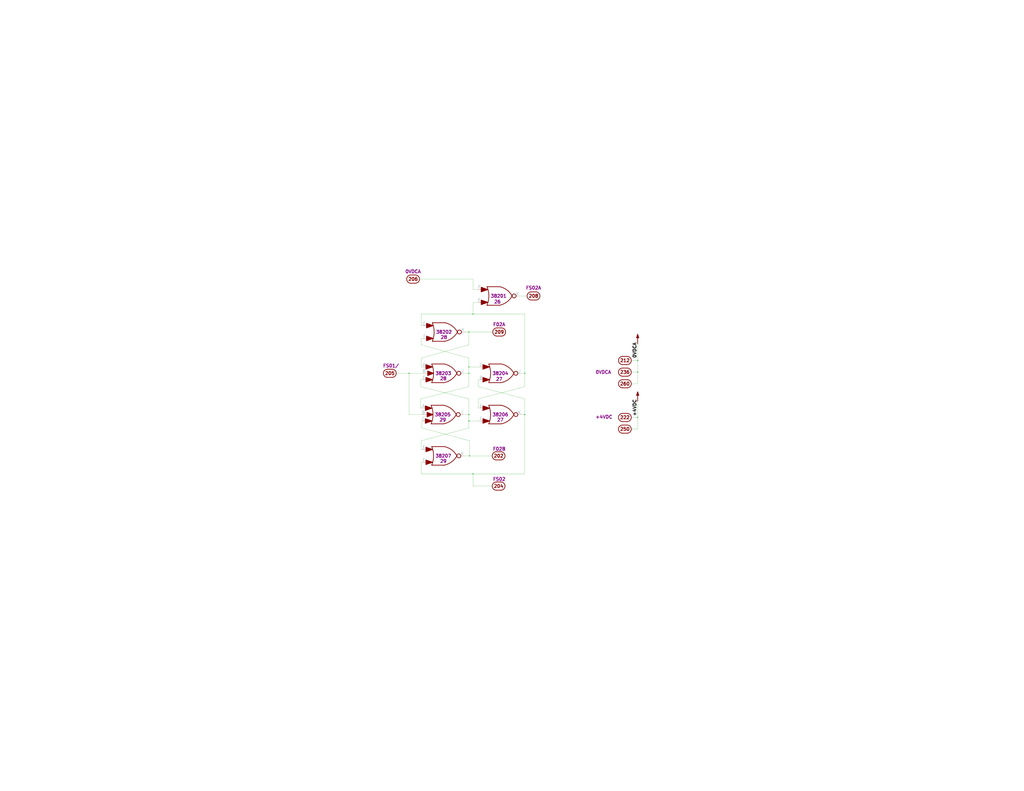
<source format=kicad_sch>
(kicad_sch (version 20211123) (generator eeschema)
  (paper "E")
  (lib_symbols
    (symbol "AGC_DSKY:ConnectorA1-200" (pin_numbers hide) (pin_names (offset 0) hide)
      (property "Caption" "PAD" (at 0 5.715 0))
      (symbol "ConnectorA1-200_0_0"
        (arc (start -2.54 4.445) (mid -6.985 0) (end -2.54 -4.445) (stroke (width 0.762)))
        (polyline (pts (xy -2.54 -4.445) (xy 2.54 -4.445)) (stroke (width 0.762)))
        (polyline (pts (xy -2.54 4.445) (xy 2.54 4.445)) (stroke (width 0.762)))
        (arc (start 2.54 -4.445) (mid 6.985 0) (end 2.54 4.445) (stroke (width 0.762)))
      )
      (symbol "ConnectorA1-200_1_0"
        (text "201" (at 0 0 0) (effects (font (size 3.556 3.556) bold)))
      )
      (symbol "ConnectorA1-200_1_1"
        (pin passive line (at 6.985 0 180) (length 0) (name "201") (number "201"))
      )
      (symbol "ConnectorA1-200_1_2"
        (pin passive line (at 0 4.445 270) (length 0) (name "201") (number "201"))
      )
      (symbol "ConnectorA1-200_2_0"
        (text "202" (at 0 0 0) (effects (font (size 3.556 3.556) bold)))
      )
      (symbol "ConnectorA1-200_2_1"
        (pin passive line (at 6.985 0 180) (length 0) (name "202") (number "202"))
      )
      (symbol "ConnectorA1-200_2_2"
        (pin passive line (at 0 4.445 270) (length 0) (name "202") (number "202"))
      )
      (symbol "ConnectorA1-200_3_0"
        (text "203" (at 0 0 0) (effects (font (size 3.556 3.556) bold)))
      )
      (symbol "ConnectorA1-200_3_1"
        (pin passive line (at 6.985 0 180) (length 0) (name "203") (number "203"))
      )
      (symbol "ConnectorA1-200_3_2"
        (pin passive line (at 0 4.445 270) (length 0) (name "203") (number "203"))
      )
      (symbol "ConnectorA1-200_4_0"
        (text "204" (at 0 0 0) (effects (font (size 3.556 3.556) bold)))
      )
      (symbol "ConnectorA1-200_4_1"
        (pin passive line (at 6.985 0 180) (length 0) (name "204") (number "204"))
      )
      (symbol "ConnectorA1-200_4_2"
        (pin passive line (at 0 4.445 270) (length 0) (name "204") (number "204"))
      )
      (symbol "ConnectorA1-200_5_0"
        (text "205" (at 0 0 0) (effects (font (size 3.556 3.556) bold)))
      )
      (symbol "ConnectorA1-200_5_1"
        (pin passive line (at 6.985 0 180) (length 0) (name "205") (number "205"))
      )
      (symbol "ConnectorA1-200_5_2"
        (pin passive line (at 0 4.445 270) (length 0) (name "205") (number "205"))
      )
      (symbol "ConnectorA1-200_6_0"
        (text "206" (at 0 0 0) (effects (font (size 3.556 3.556) bold)))
      )
      (symbol "ConnectorA1-200_6_1"
        (pin passive line (at 6.985 0 180) (length 0) (name "206") (number "206"))
      )
      (symbol "ConnectorA1-200_6_2"
        (pin passive line (at 0 4.445 270) (length 0) (name "206") (number "206"))
      )
      (symbol "ConnectorA1-200_7_0"
        (text "207" (at 0 0 0) (effects (font (size 3.556 3.556) bold)))
      )
      (symbol "ConnectorA1-200_7_1"
        (pin passive line (at 6.985 0 180) (length 0) (name "207") (number "207"))
      )
      (symbol "ConnectorA1-200_7_2"
        (pin passive line (at 0 4.445 270) (length 0) (name "207") (number "207"))
      )
      (symbol "ConnectorA1-200_8_0"
        (text "208" (at 0 0 0) (effects (font (size 3.556 3.556) bold)))
      )
      (symbol "ConnectorA1-200_8_1"
        (pin passive line (at 6.985 0 180) (length 0) (name "208") (number "208"))
      )
      (symbol "ConnectorA1-200_8_2"
        (pin passive line (at 0 4.445 270) (length 0) (name "208") (number "208"))
      )
      (symbol "ConnectorA1-200_9_0"
        (text "209" (at 0 0 0) (effects (font (size 3.556 3.556) bold)))
      )
      (symbol "ConnectorA1-200_9_1"
        (pin passive line (at 6.985 0 180) (length 0) (name "209") (number "209"))
      )
      (symbol "ConnectorA1-200_9_2"
        (pin passive line (at 0 4.445 270) (length 0) (name "209") (number "209"))
      )
      (symbol "ConnectorA1-200_10_0"
        (text "210" (at 0 0 0) (effects (font (size 3.556 3.556) bold)))
      )
      (symbol "ConnectorA1-200_10_1"
        (pin passive line (at 6.985 0 180) (length 0) (name "210") (number "210"))
      )
      (symbol "ConnectorA1-200_10_2"
        (pin passive line (at 0 4.445 270) (length 0) (name "210") (number "210"))
      )
      (symbol "ConnectorA1-200_11_0"
        (text "211" (at 0 0 0) (effects (font (size 3.556 3.556) bold)))
      )
      (symbol "ConnectorA1-200_11_1"
        (pin passive line (at 6.985 0 180) (length 0) (name "211") (number "211"))
      )
      (symbol "ConnectorA1-200_11_2"
        (pin passive line (at 0 4.445 270) (length 0) (name "211") (number "211"))
      )
      (symbol "ConnectorA1-200_12_0"
        (text "212" (at 0 0 0) (effects (font (size 3.556 3.556) bold)))
      )
      (symbol "ConnectorA1-200_12_1"
        (pin passive line (at 6.985 0 180) (length 0) (name "212") (number "212"))
      )
      (symbol "ConnectorA1-200_12_2"
        (pin passive line (at 0 4.445 270) (length 0) (name "212") (number "212"))
      )
      (symbol "ConnectorA1-200_13_0"
        (text "213" (at 0 0 0) (effects (font (size 3.556 3.556) bold)))
      )
      (symbol "ConnectorA1-200_13_1"
        (pin passive line (at 6.985 0 180) (length 0) (name "213") (number "213"))
      )
      (symbol "ConnectorA1-200_13_2"
        (pin passive line (at 0 4.445 270) (length 0) (name "213") (number "213"))
      )
      (symbol "ConnectorA1-200_14_0"
        (text "214" (at 0 0 0) (effects (font (size 3.556 3.556) bold)))
      )
      (symbol "ConnectorA1-200_14_1"
        (pin passive line (at 6.985 0 180) (length 0) (name "214") (number "214"))
      )
      (symbol "ConnectorA1-200_14_2"
        (pin passive line (at 0 4.445 270) (length 0) (name "214") (number "214"))
      )
      (symbol "ConnectorA1-200_15_0"
        (text "215" (at 0 0 0) (effects (font (size 3.556 3.556) bold)))
      )
      (symbol "ConnectorA1-200_15_1"
        (pin passive line (at 6.985 0 180) (length 0) (name "215") (number "215"))
      )
      (symbol "ConnectorA1-200_15_2"
        (pin passive line (at 0 4.445 270) (length 0) (name "215") (number "215"))
      )
      (symbol "ConnectorA1-200_16_0"
        (text "216" (at 0 0 0) (effects (font (size 3.556 3.556) bold)))
      )
      (symbol "ConnectorA1-200_16_1"
        (pin passive line (at 6.985 0 180) (length 0) (name "216") (number "216"))
      )
      (symbol "ConnectorA1-200_16_2"
        (pin passive line (at 0 4.445 270) (length 0) (name "216") (number "216"))
      )
      (symbol "ConnectorA1-200_17_0"
        (text "217" (at 0 0 0) (effects (font (size 3.556 3.556) bold)))
      )
      (symbol "ConnectorA1-200_17_1"
        (pin passive line (at 6.985 0 180) (length 0) (name "217") (number "217"))
      )
      (symbol "ConnectorA1-200_17_2"
        (pin passive line (at 0 4.445 270) (length 0) (name "217") (number "217"))
      )
      (symbol "ConnectorA1-200_18_0"
        (text "218" (at 0 0 0) (effects (font (size 3.556 3.556) bold)))
      )
      (symbol "ConnectorA1-200_18_1"
        (pin passive line (at 6.985 0 180) (length 0) (name "218") (number "218"))
      )
      (symbol "ConnectorA1-200_18_2"
        (pin passive line (at 0 4.445 270) (length 0) (name "218") (number "218"))
      )
      (symbol "ConnectorA1-200_19_0"
        (text "219" (at 0 0 0) (effects (font (size 3.556 3.556) bold)))
      )
      (symbol "ConnectorA1-200_19_1"
        (pin passive line (at 6.985 0 180) (length 0) (name "219") (number "219"))
      )
      (symbol "ConnectorA1-200_19_2"
        (pin passive line (at 0 4.445 270) (length 0) (name "219") (number "219"))
      )
      (symbol "ConnectorA1-200_20_0"
        (text "220" (at 0 0 0) (effects (font (size 3.556 3.556) bold)))
      )
      (symbol "ConnectorA1-200_20_1"
        (pin passive line (at 6.985 0 180) (length 0) (name "220") (number "220"))
      )
      (symbol "ConnectorA1-200_20_2"
        (pin passive line (at 0 4.445 270) (length 0) (name "220") (number "220"))
      )
      (symbol "ConnectorA1-200_21_0"
        (text "221" (at 0 0 0) (effects (font (size 3.556 3.556) bold)))
      )
      (symbol "ConnectorA1-200_22_0"
        (text "222" (at 0 0 0) (effects (font (size 3.556 3.556) bold)))
      )
      (symbol "ConnectorA1-200_22_1"
        (pin passive line (at 6.985 0 180) (length 0) (name "222") (number "222"))
      )
      (symbol "ConnectorA1-200_22_2"
        (pin passive line (at 0 4.445 270) (length 0) (name "222") (number "222"))
      )
      (symbol "ConnectorA1-200_23_0"
        (text "223" (at 0 0 0) (effects (font (size 3.556 3.556) bold)))
      )
      (symbol "ConnectorA1-200_23_1"
        (pin passive line (at 6.985 0 180) (length 0) (name "223") (number "223"))
      )
      (symbol "ConnectorA1-200_23_2"
        (pin passive line (at 0 4.445 270) (length 0) (name "223") (number "223"))
      )
      (symbol "ConnectorA1-200_24_0"
        (text "224" (at 0 0 0) (effects (font (size 3.556 3.556) bold)))
      )
      (symbol "ConnectorA1-200_24_1"
        (pin passive line (at 6.985 0 180) (length 0) (name "224") (number "224"))
      )
      (symbol "ConnectorA1-200_24_2"
        (pin passive line (at 0 4.445 270) (length 0) (name "224") (number "224"))
      )
      (symbol "ConnectorA1-200_25_0"
        (text "225" (at 0 0 0) (effects (font (size 3.556 3.556) bold)))
      )
      (symbol "ConnectorA1-200_25_1"
        (pin passive line (at 6.985 0 180) (length 0) (name "225") (number "225"))
      )
      (symbol "ConnectorA1-200_25_2"
        (pin passive line (at 0 4.445 270) (length 0) (name "225") (number "225"))
      )
      (symbol "ConnectorA1-200_26_0"
        (text "226" (at 0 0 0) (effects (font (size 3.556 3.556) bold)))
      )
      (symbol "ConnectorA1-200_26_1"
        (pin passive line (at 6.985 0 180) (length 0) (name "226") (number "226"))
      )
      (symbol "ConnectorA1-200_26_2"
        (pin passive line (at 0 4.445 270) (length 0) (name "226") (number "226"))
      )
      (symbol "ConnectorA1-200_27_0"
        (text "227" (at 0 0 0) (effects (font (size 3.556 3.556) bold)))
      )
      (symbol "ConnectorA1-200_27_1"
        (pin passive line (at 6.985 0 180) (length 0) (name "227") (number "227"))
      )
      (symbol "ConnectorA1-200_27_2"
        (pin passive line (at 0 4.445 270) (length 0) (name "227") (number "227"))
      )
      (symbol "ConnectorA1-200_28_0"
        (text "228" (at 0 0 0) (effects (font (size 3.556 3.556) bold)))
      )
      (symbol "ConnectorA1-200_28_1"
        (pin passive line (at 6.985 0 180) (length 0) (name "228") (number "228"))
      )
      (symbol "ConnectorA1-200_28_2"
        (pin passive line (at 0 4.445 270) (length 0) (name "228") (number "228"))
      )
      (symbol "ConnectorA1-200_29_0"
        (text "229" (at 0 0 0) (effects (font (size 3.556 3.556) bold)))
      )
      (symbol "ConnectorA1-200_29_1"
        (pin passive line (at 6.985 0 180) (length 0) (name "229") (number "229"))
      )
      (symbol "ConnectorA1-200_29_2"
        (pin passive line (at 0 4.445 270) (length 0) (name "229") (number "229"))
      )
      (symbol "ConnectorA1-200_30_0"
        (text "230" (at 0 0 0) (effects (font (size 3.556 3.556) bold)))
      )
      (symbol "ConnectorA1-200_30_1"
        (pin passive line (at 6.985 0 180) (length 0) (name "230") (number "230"))
      )
      (symbol "ConnectorA1-200_30_2"
        (pin passive line (at 0 4.445 270) (length 0) (name "230") (number "230"))
      )
      (symbol "ConnectorA1-200_31_0"
        (text "231" (at 0 0 0) (effects (font (size 3.556 3.556) bold)))
      )
      (symbol "ConnectorA1-200_31_1"
        (pin passive line (at 6.985 0 180) (length 0) (name "231") (number "231"))
      )
      (symbol "ConnectorA1-200_31_2"
        (pin passive line (at 0 4.445 270) (length 0) (name "231") (number "231"))
      )
      (symbol "ConnectorA1-200_32_0"
        (text "232" (at 0 0 0) (effects (font (size 3.556 3.556) bold)))
      )
      (symbol "ConnectorA1-200_32_1"
        (pin passive line (at 6.985 0 180) (length 0) (name "232") (number "232"))
      )
      (symbol "ConnectorA1-200_32_2"
        (pin passive line (at 0 4.445 270) (length 0) (name "232") (number "232"))
      )
      (symbol "ConnectorA1-200_33_0"
        (text "233" (at 0 0 0) (effects (font (size 3.556 3.556) bold)))
      )
      (symbol "ConnectorA1-200_33_1"
        (pin passive line (at 6.985 0 180) (length 0) (name "233") (number "233"))
      )
      (symbol "ConnectorA1-200_33_2"
        (pin passive line (at 0 4.445 270) (length 0) (name "233") (number "233"))
      )
      (symbol "ConnectorA1-200_34_0"
        (text "234" (at 0 0 0) (effects (font (size 3.556 3.556) bold)))
      )
      (symbol "ConnectorA1-200_34_1"
        (pin passive line (at 6.985 0 180) (length 0) (name "234") (number "234"))
      )
      (symbol "ConnectorA1-200_34_2"
        (pin passive line (at 0 4.445 270) (length 0) (name "234") (number "234"))
      )
      (symbol "ConnectorA1-200_35_0"
        (text "235" (at 0 0 0) (effects (font (size 3.556 3.556) bold)))
      )
      (symbol "ConnectorA1-200_35_1"
        (pin passive line (at 6.985 0 180) (length 0) (name "235") (number "235"))
      )
      (symbol "ConnectorA1-200_35_2"
        (pin passive line (at 0 4.445 270) (length 0) (name "235") (number "235"))
      )
      (symbol "ConnectorA1-200_36_0"
        (text "236" (at 0 0 0) (effects (font (size 3.556 3.556) bold)))
      )
      (symbol "ConnectorA1-200_36_1"
        (pin passive line (at 6.985 0 180) (length 0) (name "236") (number "236"))
      )
      (symbol "ConnectorA1-200_36_2"
        (pin passive line (at 0 4.445 270) (length 0) (name "236") (number "236"))
      )
      (symbol "ConnectorA1-200_37_0"
        (text "237" (at 0 0 0) (effects (font (size 3.556 3.556) bold)))
      )
      (symbol "ConnectorA1-200_37_1"
        (pin passive line (at 6.985 0 180) (length 0) (name "237") (number "237"))
      )
      (symbol "ConnectorA1-200_37_2"
        (pin passive line (at 0 4.445 270) (length 0) (name "237") (number "237"))
      )
      (symbol "ConnectorA1-200_38_0"
        (text "238" (at 0 0 0) (effects (font (size 3.556 3.556) bold)))
      )
      (symbol "ConnectorA1-200_38_1"
        (pin passive line (at 6.985 0 180) (length 0) (name "238") (number "238"))
      )
      (symbol "ConnectorA1-200_38_2"
        (pin passive line (at 0 4.445 270) (length 0) (name "238") (number "238"))
      )
      (symbol "ConnectorA1-200_39_0"
        (text "239" (at 0 0 0) (effects (font (size 3.556 3.556) bold)))
      )
      (symbol "ConnectorA1-200_39_1"
        (pin passive line (at 6.985 0 180) (length 0) (name "239") (number "239"))
      )
      (symbol "ConnectorA1-200_39_2"
        (pin passive line (at 0 4.445 270) (length 0) (name "239") (number "239"))
      )
      (symbol "ConnectorA1-200_40_0"
        (text "240" (at 0 0 0) (effects (font (size 3.556 3.556) bold)))
      )
      (symbol "ConnectorA1-200_40_1"
        (pin passive line (at 6.985 0 180) (length 0) (name "240") (number "240"))
      )
      (symbol "ConnectorA1-200_40_2"
        (pin passive line (at 0 4.445 270) (length 0) (name "240") (number "240"))
      )
      (symbol "ConnectorA1-200_41_0"
        (text "241" (at 0 0 0) (effects (font (size 3.556 3.556) bold)))
      )
      (symbol "ConnectorA1-200_41_1"
        (pin passive line (at 6.985 0 180) (length 0) (name "241") (number "241"))
      )
      (symbol "ConnectorA1-200_41_2"
        (pin passive line (at 0 4.445 270) (length 0) (name "241") (number "241"))
      )
      (symbol "ConnectorA1-200_42_0"
        (text "242" (at 0 0 0) (effects (font (size 3.556 3.556) bold)))
      )
      (symbol "ConnectorA1-200_42_1"
        (pin passive line (at 6.985 0 180) (length 0) (name "242") (number "242"))
      )
      (symbol "ConnectorA1-200_42_2"
        (pin passive line (at 0 4.445 270) (length 0) (name "242") (number "242"))
      )
      (symbol "ConnectorA1-200_43_0"
        (text "243" (at 0 0 0) (effects (font (size 3.556 3.556) bold)))
      )
      (symbol "ConnectorA1-200_43_1"
        (pin passive line (at 6.985 0 180) (length 0) (name "243") (number "243"))
      )
      (symbol "ConnectorA1-200_43_2"
        (pin passive line (at 0 4.445 270) (length 0) (name "243") (number "243"))
      )
      (symbol "ConnectorA1-200_44_0"
        (text "244" (at 0 0 0) (effects (font (size 3.556 3.556) bold)))
      )
      (symbol "ConnectorA1-200_44_1"
        (pin passive line (at 6.985 0 180) (length 0) (name "244") (number "244"))
      )
      (symbol "ConnectorA1-200_44_2"
        (pin passive line (at 0 4.445 270) (length 0) (name "244") (number "244"))
      )
      (symbol "ConnectorA1-200_45_0"
        (text "245" (at 0 0 0) (effects (font (size 3.556 3.556) bold)))
      )
      (symbol "ConnectorA1-200_45_1"
        (pin passive line (at 6.985 0 180) (length 0) (name "245") (number "245"))
      )
      (symbol "ConnectorA1-200_45_2"
        (pin passive line (at 0 4.445 270) (length 0) (name "245") (number "245"))
      )
      (symbol "ConnectorA1-200_46_0"
        (text "246" (at 0 0 0) (effects (font (size 3.556 3.556) bold)))
      )
      (symbol "ConnectorA1-200_46_1"
        (pin passive line (at 6.985 0 180) (length 0) (name "246") (number "246"))
      )
      (symbol "ConnectorA1-200_46_2"
        (pin passive line (at 0 4.445 270) (length 0) (name "246") (number "246"))
      )
      (symbol "ConnectorA1-200_47_0"
        (text "247" (at 0 0 0) (effects (font (size 3.556 3.556) bold)))
      )
      (symbol "ConnectorA1-200_47_1"
        (pin passive line (at 6.985 0 180) (length 0) (name "247") (number "247"))
      )
      (symbol "ConnectorA1-200_47_2"
        (pin passive line (at 0 4.445 270) (length 0) (name "247") (number "247"))
      )
      (symbol "ConnectorA1-200_48_0"
        (text "248" (at 0 0 0) (effects (font (size 3.556 3.556) bold)))
      )
      (symbol "ConnectorA1-200_48_1"
        (pin passive line (at 6.985 0 180) (length 0) (name "248") (number "248"))
      )
      (symbol "ConnectorA1-200_48_2"
        (pin passive line (at 0 4.445 270) (length 0) (name "248") (number "248"))
      )
      (symbol "ConnectorA1-200_49_0"
        (text "249" (at 0 0 0) (effects (font (size 3.556 3.556) bold)))
      )
      (symbol "ConnectorA1-200_49_1"
        (pin passive line (at 6.985 0 180) (length 0) (name "249") (number "249"))
      )
      (symbol "ConnectorA1-200_49_2"
        (pin passive line (at 0 4.445 270) (length 0) (name "249") (number "249"))
      )
      (symbol "ConnectorA1-200_50_0"
        (text "250" (at 0 0 0) (effects (font (size 3.556 3.556) bold)))
      )
      (symbol "ConnectorA1-200_50_1"
        (pin passive line (at 6.985 0 180) (length 0) (name "250") (number "250"))
      )
      (symbol "ConnectorA1-200_50_2"
        (pin passive line (at 0 4.445 270) (length 0) (name "250") (number "250"))
      )
      (symbol "ConnectorA1-200_51_0"
        (text "251" (at 0 0 0) (effects (font (size 3.556 3.556) bold)))
      )
      (symbol "ConnectorA1-200_52_0"
        (text "252" (at 0 0 0) (effects (font (size 3.556 3.556) bold)))
      )
      (symbol "ConnectorA1-200_52_1"
        (pin passive line (at 6.985 0 180) (length 0) (name "252") (number "252"))
      )
      (symbol "ConnectorA1-200_52_2"
        (pin passive line (at 0 4.445 270) (length 0) (name "252") (number "252"))
      )
      (symbol "ConnectorA1-200_53_0"
        (text "253" (at 0 0 0) (effects (font (size 3.556 3.556) bold)))
      )
      (symbol "ConnectorA1-200_53_1"
        (pin passive line (at 6.985 0 180) (length 0) (name "253") (number "253"))
      )
      (symbol "ConnectorA1-200_53_2"
        (pin passive line (at 0 4.445 270) (length 0) (name "253") (number "253"))
      )
      (symbol "ConnectorA1-200_54_0"
        (text "254" (at 0 0 0) (effects (font (size 3.556 3.556) bold)))
      )
      (symbol "ConnectorA1-200_54_1"
        (pin passive line (at 6.985 0 180) (length 0) (name "254") (number "254"))
      )
      (symbol "ConnectorA1-200_54_2"
        (pin passive line (at 0 4.445 270) (length 0) (name "254") (number "254"))
      )
      (symbol "ConnectorA1-200_55_0"
        (text "255" (at 0 0 0) (effects (font (size 3.556 3.556) bold)))
      )
      (symbol "ConnectorA1-200_55_1"
        (pin passive line (at 6.985 0 180) (length 0) (name "255") (number "255"))
      )
      (symbol "ConnectorA1-200_55_2"
        (pin passive line (at 0 4.445 270) (length 0) (name "255") (number "255"))
      )
      (symbol "ConnectorA1-200_56_0"
        (text "256" (at 0 0 0) (effects (font (size 3.556 3.556) bold)))
      )
      (symbol "ConnectorA1-200_56_1"
        (pin passive line (at 6.985 0 180) (length 0) (name "256") (number "256"))
      )
      (symbol "ConnectorA1-200_56_2"
        (pin passive line (at 0 4.445 270) (length 0) (name "256") (number "256"))
      )
      (symbol "ConnectorA1-200_57_0"
        (text "257" (at 0 0 0) (effects (font (size 3.556 3.556) bold)))
      )
      (symbol "ConnectorA1-200_57_1"
        (pin passive line (at 6.985 0 180) (length 0) (name "257") (number "257"))
      )
      (symbol "ConnectorA1-200_57_2"
        (pin passive line (at 0 4.445 270) (length 0) (name "257") (number "257"))
      )
      (symbol "ConnectorA1-200_58_0"
        (text "258" (at 0 0 0) (effects (font (size 3.556 3.556) bold)))
      )
      (symbol "ConnectorA1-200_58_1"
        (pin passive line (at 6.985 0 180) (length 0) (name "258") (number "258"))
      )
      (symbol "ConnectorA1-200_58_2"
        (pin passive line (at 0 4.445 270) (length 0) (name "258") (number "258"))
      )
      (symbol "ConnectorA1-200_59_0"
        (text "259" (at 0 0 0) (effects (font (size 3.556 3.556) bold)))
      )
      (symbol "ConnectorA1-200_59_1"
        (pin passive line (at 6.985 0 180) (length 0) (name "259") (number "259"))
      )
      (symbol "ConnectorA1-200_59_2"
        (pin passive line (at 0 4.445 270) (length 0) (name "259") (number "259"))
      )
      (symbol "ConnectorA1-200_60_0"
        (text "260" (at 0 0 0) (effects (font (size 3.556 3.556) bold)))
      )
      (symbol "ConnectorA1-200_60_1"
        (pin passive line (at 6.985 0 180) (length 0) (name "260") (number "260"))
      )
      (symbol "ConnectorA1-200_60_2"
        (pin passive line (at 0 4.445 270) (length 0) (name "260") (number "260"))
      )
      (symbol "ConnectorA1-200_61_0"
        (text "261" (at 0 0 0) (effects (font (size 3.556 3.556) bold)))
      )
      (symbol "ConnectorA1-200_61_1"
        (pin passive line (at 6.985 0 180) (length 0) (name "261") (number "261"))
      )
      (symbol "ConnectorA1-200_61_2"
        (pin passive line (at 0 4.445 270) (length 0) (name "261") (number "261"))
      )
      (symbol "ConnectorA1-200_62_0"
        (text "262" (at 0 0 0) (effects (font (size 3.556 3.556) bold)))
      )
      (symbol "ConnectorA1-200_62_1"
        (pin passive line (at 6.985 0 180) (length 0) (name "262") (number "262"))
      )
      (symbol "ConnectorA1-200_62_2"
        (pin passive line (at 0 4.445 270) (length 0) (name "262") (number "262"))
      )
      (symbol "ConnectorA1-200_63_0"
        (text "263" (at 0 0 0) (effects (font (size 3.556 3.556) bold)))
      )
      (symbol "ConnectorA1-200_63_1"
        (pin passive line (at 6.985 0 180) (length 0) (name "263") (number "263"))
      )
      (symbol "ConnectorA1-200_63_2"
        (pin passive line (at 0 4.445 270) (length 0) (name "263") (number "263"))
      )
      (symbol "ConnectorA1-200_64_0"
        (text "264" (at 0 0 0) (effects (font (size 3.556 3.556) bold)))
      )
      (symbol "ConnectorA1-200_64_1"
        (pin passive line (at 6.985 0 180) (length 0) (name "264") (number "264"))
      )
      (symbol "ConnectorA1-200_64_2"
        (pin passive line (at 0 4.445 270) (length 0) (name "264") (number "264"))
      )
      (symbol "ConnectorA1-200_65_0"
        (text "265" (at 0 0 0) (effects (font (size 3.556 3.556) bold)))
      )
      (symbol "ConnectorA1-200_65_1"
        (pin passive line (at 6.985 0 180) (length 0) (name "265") (number "265"))
      )
      (symbol "ConnectorA1-200_65_2"
        (pin passive line (at 0 4.445 270) (length 0) (name "265") (number "265"))
      )
      (symbol "ConnectorA1-200_66_0"
        (text "266" (at 0 0 0) (effects (font (size 3.556 3.556) bold)))
      )
      (symbol "ConnectorA1-200_66_1"
        (pin passive line (at 6.985 0 180) (length 0) (name "266") (number "266"))
      )
      (symbol "ConnectorA1-200_66_2"
        (pin passive line (at 0 4.445 270) (length 0) (name "266") (number "266"))
      )
      (symbol "ConnectorA1-200_67_0"
        (text "267" (at 0 0 0) (effects (font (size 3.556 3.556) bold)))
      )
      (symbol "ConnectorA1-200_67_1"
        (pin passive line (at 6.985 0 180) (length 0) (name "267") (number "267"))
      )
      (symbol "ConnectorA1-200_67_2"
        (pin passive line (at 0 4.445 270) (length 0) (name "267") (number "267"))
      )
      (symbol "ConnectorA1-200_68_0"
        (text "268" (at 0 0 0) (effects (font (size 3.556 3.556) bold)))
      )
      (symbol "ConnectorA1-200_68_1"
        (pin passive line (at 6.985 0 180) (length 0) (name "268") (number "268"))
      )
      (symbol "ConnectorA1-200_68_2"
        (pin passive line (at 0 4.445 270) (length 0) (name "268") (number "268"))
      )
      (symbol "ConnectorA1-200_69_0"
        (text "269" (at 0 0 0) (effects (font (size 3.556 3.556) bold)))
      )
      (symbol "ConnectorA1-200_69_1"
        (pin passive line (at 6.985 0 180) (length 0) (name "269") (number "269"))
      )
      (symbol "ConnectorA1-200_69_2"
        (pin passive line (at 0 4.445 270) (length 0) (name "269") (number "269"))
      )
      (symbol "ConnectorA1-200_70_0"
        (text "270" (at 0 0 0) (effects (font (size 3.556 3.556) bold)))
      )
      (symbol "ConnectorA1-200_70_1"
        (pin passive line (at 6.985 0 180) (length 0) (name "270") (number "270"))
      )
      (symbol "ConnectorA1-200_70_2"
        (pin passive line (at 0 4.445 270) (length 0) (name "270") (number "270"))
      )
      (symbol "ConnectorA1-200_71_0"
        (text "271" (at 0 0 0) (effects (font (size 3.556 3.556) bold)))
      )
      (symbol "ConnectorA1-200_71_1"
        (pin passive line (at 6.985 0 180) (length 0) (name "271") (number "271"))
      )
      (symbol "ConnectorA1-200_71_2"
        (pin passive line (at 0 4.445 270) (length 0) (name "271") (number "271"))
      )
    )
    (symbol "AGC_DSKY:PWR_FLAG" (power) (pin_numbers hide) (pin_names (offset 0) hide)
      (symbol "PWR_FLAG_0_0"
        (pin power_out line (at 0 0 90) (length 0) (name "pwr") (number "1"))
      )
      (symbol "PWR_FLAG_0_1"
        (polyline (pts (xy 0 0) (xy 0 10.16)) (stroke (width 0.762)))
        (polyline (pts (xy 0 10.16) (xy -1.27 6.35) (xy 1.27 6.35) (xy 0 10.16)) (stroke (width 0.762)) (fill (type outline)))
      )
    )
    (symbol "D3NOR-+4VDC-0VDCA:D3NOR-+4VDC-0VDCA-ABC-E_F" (pin_numbers hide) (pin_names (offset 0))
      (property "Location" "NNNNN" (at 0 0 0))
      (symbol "D3NOR-+4VDC-0VDCA-ABC-E_F_0_1"
        (arc (start -12.7 -10.16) (mid -10.668 0) (end -12.7 10.16) (stroke (width 0.762)))
        (polyline (pts (xy 0.762 -10.16) (xy -12.7 -10.16)) (stroke (width 0.762)))
        (polyline (pts (xy 0.762 10.16) (xy -12.7 10.16)) (stroke (width 0.762)))
        (arc (start 0.762 -10.16) (mid 8.8969 -6.663) (end 14.732 0) (stroke (width 0.762)))
        (arc (start 14.732 0) (mid 8.9026 6.6708) (end 0.762 10.16) (stroke (width 0.762)))
        (circle (center 16.891 0) (radius 2.159) (stroke (width 0.762)))
      )
      (symbol "D3NOR-+4VDC-0VDCA-ABC-E_F_1_1"
        (polyline (pts (xy -19.304 0) (xy -17.272 0)))
        (polyline (pts (xy -11.684 -6.985) (xy -19.05 -4.445) (xy -19.05 -9.525) (xy -11.684 -6.985)) (stroke (width 0.762)) (fill (type outline)))
        (polyline (pts (xy -11.684 6.985) (xy -19.05 9.525) (xy -19.05 4.445) (xy -11.684 6.985)) (stroke (width 0.762)) (fill (type outline)))
        (polyline (pts (xy -10.668 0) (xy -17.145 -2.54) (xy -17.145 2.54) (xy -10.668 0)) (stroke (width 0.762)) (fill (type outline)))
        (pin open_collector line (at 22.86 0 180) (length 3.81) (name "J") (number "1"))
        (pin power_in line (at -4.445 8.89 270) (length 0) hide (name "+4VDC") (number "10"))
        (pin input line (at -22.86 -6.985 0) (length 3.556) (name "C") (number "2"))
        (pin input line (at -22.86 0 0) (length 3.556) (name "B") (number "3"))
        (pin input line (at -22.86 6.985 0) (length 3.556) (name "A") (number "4"))
        (pin power_in line (at -4.445 -8.89 90) (length 0) hide (name "0VDCA") (number "5"))
      )
      (symbol "D3NOR-+4VDC-0VDCA-ABC-E_F_2_1"
        (polyline (pts (xy -11.684 -6.985) (xy -19.05 -4.445) (xy -19.05 -9.525) (xy -11.684 -6.985)) (stroke (width 0.762)) (fill (type outline)))
        (polyline (pts (xy -11.684 6.985) (xy -19.05 9.525) (xy -19.05 4.445) (xy -11.684 6.985)) (stroke (width 0.762)) (fill (type outline)))
        (pin power_in line (at -10.795 0 0) (length 0) hide (name "0VDCA") (number "6"))
        (pin input line (at -22.86 6.985 0) (length 3.556) (name "E") (number "7"))
        (pin input line (at -22.86 -6.985 0) (length 3.556) (name "F") (number "8"))
        (pin open_collector line (at 22.86 0 180) (length 3.81) (name "K") (number "9"))
      )
    )
    (symbol "D3NOR-+4VDC-0VDCA:D3NOR-+4VDC-0VDCA-A_B-E_F" (pin_numbers hide) (pin_names (offset 0))
      (property "Location" "NNNNN" (at 0 0 0))
      (symbol "D3NOR-+4VDC-0VDCA-A_B-E_F_0_1"
        (arc (start -12.7 -10.16) (mid -10.668 0) (end -12.7 10.16) (stroke (width 0.762)))
        (polyline (pts (xy 0.762 -10.16) (xy -12.7 -10.16)) (stroke (width 0.762)))
        (polyline (pts (xy 0.762 10.16) (xy -12.7 10.16)) (stroke (width 0.762)))
        (arc (start 0.762 -10.16) (mid 8.8969 -6.663) (end 14.732 0) (stroke (width 0.762)))
        (arc (start 14.732 0) (mid 8.9026 6.6708) (end 0.762 10.16) (stroke (width 0.762)))
        (circle (center 16.891 0) (radius 2.159) (stroke (width 0.762)))
      )
      (symbol "D3NOR-+4VDC-0VDCA-A_B-E_F_1_1"
        (polyline (pts (xy -11.684 -6.985) (xy -19.05 -4.445) (xy -19.05 -9.525) (xy -11.684 -6.985)) (stroke (width 0.762)) (fill (type outline)))
        (polyline (pts (xy -11.684 6.985) (xy -19.05 9.525) (xy -19.05 4.445) (xy -11.684 6.985)) (stroke (width 0.762)) (fill (type outline)))
        (pin open_collector line (at 22.86 0 180) (length 3.81) (name "J") (number "1"))
        (pin power_in line (at -4.445 8.89 270) (length 0) hide (name "+4VDC") (number "10"))
        (pin power_in line (at -10.795 0 0) (length 0) hide (name "0VDCA") (number "2"))
        (pin input line (at -22.86 -6.985 0) (length 3.556) (name "B") (number "3"))
        (pin input line (at -22.86 6.985 0) (length 3.556) (name "A") (number "4"))
        (pin power_in line (at -4.445 -8.89 90) (length 0) hide (name "0VDCA") (number "5"))
      )
      (symbol "D3NOR-+4VDC-0VDCA-A_B-E_F_2_1"
        (polyline (pts (xy -11.684 -6.985) (xy -19.05 -4.445) (xy -19.05 -9.525) (xy -11.684 -6.985)) (stroke (width 0.762)) (fill (type outline)))
        (polyline (pts (xy -11.684 6.985) (xy -19.05 9.525) (xy -19.05 4.445) (xy -11.684 6.985)) (stroke (width 0.762)) (fill (type outline)))
        (pin power_in line (at -10.795 0 0) (length 0) hide (name "0VDCA") (number "6"))
        (pin input line (at -22.86 6.985 0) (length 3.556) (name "E") (number "7"))
        (pin input line (at -22.86 -6.985 0) (length 3.556) (name "F") (number "8"))
        (pin open_collector line (at 22.86 0 180) (length 3.81) (name "K") (number "9"))
      )
    )
    (symbol "D3NOR-+4VDC-0VDCA:D3NOR-+4VDC-0VDCA-B_C-E_F" (pin_numbers hide) (pin_names (offset 0))
      (property "Location" "NNNNN" (at 0 0 0))
      (symbol "D3NOR-+4VDC-0VDCA-B_C-E_F_0_1"
        (arc (start -12.7 -10.16) (mid -10.668 0) (end -12.7 10.16) (stroke (width 0.762)))
        (polyline (pts (xy 0.762 -10.16) (xy -12.7 -10.16)) (stroke (width 0.762)))
        (polyline (pts (xy 0.762 10.16) (xy -12.7 10.16)) (stroke (width 0.762)))
        (arc (start 0.762 -10.16) (mid 8.8969 -6.663) (end 14.732 0) (stroke (width 0.762)))
        (arc (start 14.732 0) (mid 8.9026 6.6708) (end 0.762 10.16) (stroke (width 0.762)))
        (circle (center 16.891 0) (radius 2.159) (stroke (width 0.762)))
      )
      (symbol "D3NOR-+4VDC-0VDCA-B_C-E_F_1_1"
        (polyline (pts (xy -11.684 -6.985) (xy -19.05 -4.445) (xy -19.05 -9.525) (xy -11.684 -6.985)) (stroke (width 0.762)) (fill (type outline)))
        (polyline (pts (xy -11.684 6.985) (xy -19.05 9.525) (xy -19.05 4.445) (xy -11.684 6.985)) (stroke (width 0.762)) (fill (type outline)))
        (pin open_collector line (at 22.86 0 180) (length 3.81) (name "J") (number "1"))
        (pin power_in line (at -4.445 8.89 270) (length 0) hide (name "+4VDC") (number "10"))
        (pin input line (at -22.86 -6.985 0) (length 3.556) (name "C") (number "2"))
        (pin input line (at -22.86 6.985 0) (length 3.556) (name "B") (number "3"))
        (pin power_in line (at -10.795 0 0) (length 0) hide (name "0VDCA") (number "4"))
        (pin power_in line (at -4.445 -8.89 90) (length 0) hide (name "0VDCA") (number "5"))
      )
      (symbol "D3NOR-+4VDC-0VDCA-B_C-E_F_2_1"
        (polyline (pts (xy -11.684 -6.985) (xy -19.05 -4.445) (xy -19.05 -9.525) (xy -11.684 -6.985)) (stroke (width 0.762)) (fill (type outline)))
        (polyline (pts (xy -11.684 6.985) (xy -19.05 9.525) (xy -19.05 4.445) (xy -11.684 6.985)) (stroke (width 0.762)) (fill (type outline)))
        (pin power_in line (at -10.795 0 0) (length 0) hide (name "0VDCA") (number "6"))
        (pin input line (at -22.86 6.985 0) (length 3.556) (name "E") (number "7"))
        (pin input line (at -22.86 -6.985 0) (length 3.556) (name "F") (number "8"))
        (pin open_collector line (at 22.86 0 180) (length 3.81) (name "K") (number "9"))
      )
    )
  )
  (junction (at 511.81 452.755))
  (junction (at 572.77 452.755))
  (junction (at 516.255 517.525))
  (junction (at 511.81 459.74))
  (junction (at 511.81 400.685))
  (junction (at 512.445 497.84))
  (junction (at 446.405 407.67))
  (junction (at 511.81 362.585))
  (junction (at 516.255 342.9))
  (junction (at 695.96 455.93))
  (junction (at 695.96 393.7))
  (junction (at 695.96 406.4))
  (junction (at 572.77 407.67))
  (junction (at 511.81 407.67))
  (wire (pts (xy 459.74 490.855) (xy 459.74 481.33)))
  (wire (pts (xy 567.055 323.215) (xy 575.31 323.215)))
  (wire (pts (xy 523.24 400.685) (xy 511.81 400.685)))
  (wire (pts (xy 511.81 452.755) (xy 511.81 435.61)))
  (wire (pts (xy 459.105 445.77) (xy 459.105 435.61)))
  (wire (pts (xy 459.74 400.685) (xy 461.01 400.685)))
  (wire (pts (xy 521.335 316.23) (xy 516.255 316.23)))
  (wire (pts (xy 572.77 435.61) (xy 521.97 422.275)))
  (wire (pts (xy 461.645 369.57) (xy 459.74 369.57)))
  (wire (pts (xy 688.975 455.93) (xy 695.96 455.93)))
  (wire (pts (xy 459.74 517.525) (xy 516.255 517.525)))
  (wire (pts (xy 459.74 481.33) (xy 511.81 467.36)))
  (wire (pts (xy 446.405 452.755) (xy 446.405 407.67)))
  (wire (pts (xy 459.105 435.61) (xy 511.81 422.275)))
  (wire (pts (xy 459.105 414.655) (xy 459.105 422.275)))
  (wire (pts (xy 459.74 376.555) (xy 511.81 391.16)))
  (wire (pts (xy 521.97 435.61) (xy 572.77 422.275)))
  (wire (pts (xy 568.96 452.755) (xy 572.77 452.755)))
  (wire (pts (xy 511.81 400.685) (xy 511.81 407.67)))
  (wire (pts (xy 460.375 445.77) (xy 459.105 445.77)))
  (wire (pts (xy 461.01 414.655) (xy 459.105 414.655)))
  (wire (pts (xy 516.255 517.525) (xy 572.77 517.525)))
  (wire (pts (xy 460.375 459.74) (xy 460.375 467.36)))
  (wire (pts (xy 688.975 419.1) (xy 695.96 419.1)))
  (wire (pts (xy 695.96 455.93) (xy 695.96 468.63)))
  (wire (pts (xy 459.74 369.57) (xy 459.74 376.555)))
  (wire (pts (xy 688.975 468.63) (xy 695.96 468.63)))
  (wire (pts (xy 512.445 497.84) (xy 512.445 481.33)))
  (wire (pts (xy 695.96 455.93) (xy 695.96 438.15)))
  (wire (pts (xy 688.975 406.4) (xy 695.96 406.4)))
  (wire (pts (xy 695.96 393.7) (xy 695.96 375.285)))
  (wire (pts (xy 511.81 362.585) (xy 507.365 362.585)))
  (wire (pts (xy 511.81 407.67) (xy 511.81 422.275)))
  (wire (pts (xy 572.77 407.67) (xy 568.96 407.67)))
  (wire (pts (xy 516.255 530.86) (xy 537.21 530.86)))
  (wire (pts (xy 572.77 342.9) (xy 572.77 407.67)))
  (wire (pts (xy 688.975 393.7) (xy 695.96 393.7)))
  (wire (pts (xy 459.74 391.16) (xy 511.81 376.555)))
  (wire (pts (xy 511.81 362.585) (xy 537.845 362.585)))
  (wire (pts (xy 516.255 517.525) (xy 516.255 530.86)))
  (wire (pts (xy 511.81 407.67) (xy 506.73 407.67)))
  (wire (pts (xy 446.405 407.67) (xy 461.01 407.67)))
  (wire (pts (xy 523.24 459.74) (xy 511.81 459.74)))
  (wire (pts (xy 521.335 330.2) (xy 516.255 330.2)))
  (wire (pts (xy 506.73 497.84) (xy 512.445 497.84)))
  (wire (pts (xy 461.01 504.825) (xy 459.74 504.825)))
  (wire (pts (xy 572.77 452.755) (xy 572.77 435.61)))
  (wire (pts (xy 460.375 452.755) (xy 446.405 452.755)))
  (wire (pts (xy 695.96 393.7) (xy 695.96 406.4)))
  (wire (pts (xy 461.01 490.855) (xy 459.74 490.855)))
  (wire (pts (xy 516.255 342.9) (xy 572.77 342.9)))
  (wire (pts (xy 459.74 342.9) (xy 459.74 355.6)))
  (wire (pts (xy 695.96 406.4) (xy 695.96 419.1)))
  (wire (pts (xy 459.74 504.825) (xy 459.74 517.525)))
  (wire (pts (xy 512.445 497.84) (xy 537.21 497.84)))
  (wire (pts (xy 506.095 452.755) (xy 511.81 452.755)))
  (wire (pts (xy 511.81 391.16) (xy 511.81 400.685)))
  (wire (pts (xy 521.97 445.77) (xy 521.97 435.61)))
  (wire (pts (xy 523.24 445.77) (xy 521.97 445.77)))
  (wire (pts (xy 572.77 517.525) (xy 572.77 452.755)))
  (wire (pts (xy 512.445 481.33) (xy 460.375 467.36)))
  (wire (pts (xy 572.77 407.67) (xy 572.77 422.275)))
  (wire (pts (xy 511.81 452.755) (xy 511.81 459.74)))
  (wire (pts (xy 511.81 376.555) (xy 511.81 362.585)))
  (wire (pts (xy 516.255 342.9) (xy 459.74 342.9)))
  (wire (pts (xy 523.24 414.655) (xy 521.97 414.655)))
  (wire (pts (xy 432.435 407.67) (xy 446.405 407.67)))
  (wire (pts (xy 511.81 435.61) (xy 459.105 422.275)))
  (wire (pts (xy 521.97 414.655) (xy 521.97 422.275)))
  (wire (pts (xy 516.255 316.23) (xy 516.255 304.8)))
  (wire (pts (xy 459.74 391.16) (xy 459.74 400.685)))
  (wire (pts (xy 516.255 304.8) (xy 457.835 304.8)))
  (wire (pts (xy 516.255 330.2) (xy 516.255 342.9)))
  (wire (pts (xy 511.81 459.74) (xy 511.81 467.36)))
  (wire (pts (xy 459.74 355.6) (xy 461.645 355.6)))
  (label "+4VDC" (at 695.96 454.66 90) (effects (font (size 3.556 3.556) (thickness 0.7112) bold)))
  (label "0VDCA" (at 695.96 391.16 90) (effects (font (size 3.556 3.556) (thickness 0.7112) bold)))
  (symbol (lib_id "AGC_DSKY:PWR_FLAG") (at 695.96 375.285 0) (unit 1)
    (property "Reference" "#FLG0101" (effects hide))
    (property "Value" "PWR_FLAG" (effects hide))
  )
  (symbol (lib_id "AGC_DSKY:PWR_FLAG") (at 695.96 438.15 0) (unit 1)
    (property "Reference" "#FLG0102" (effects hide))
    (property "Value" "PWR_FLAG" (effects hide))
  )
  (symbol (lib_id "AGC_DSKY:ConnectorA1-200") (at 681.99 393.7 0) (unit 12)
    (property "Reference" "J2" (effects hide))
    (property "Value" "ConnectorA1-200" (effects hide))
    (property "Caption" "0VDCA" (effects hide))
  )
  (symbol (lib_id "AGC_DSKY:ConnectorA1-200") (at 681.99 406.4 0) (unit 36)
    (property "Reference" "J2" (effects hide))
    (property "Value" "ConnectorA1-200" (effects hide))
    (property "Caption" "0VDCA" (at 658.495 406.4 0) (effects (font (size 3.556 3.556) bold)))
  )
  (symbol (lib_id "AGC_DSKY:ConnectorA1-200") (at 681.99 419.1 0) (unit 60)
    (property "Reference" "J2" (effects hide))
    (property "Value" "ConnectorA1-200" (effects hide))
    (property "Caption" "0VDCA" (effects hide))
  )
  (symbol (lib_id "AGC_DSKY:ConnectorA1-200") (at 681.99 455.93 0) (unit 22)
    (property "Reference" "J2" (effects hide))
    (property "Value" "ConnectorA1-200" (effects hide))
    (property "Caption" "+4VDC" (at 659.13 455.295 0) (effects (font (size 3.556 3.556) bold)))
  )
  (symbol (lib_id "AGC_DSKY:ConnectorA1-200") (at 681.99 468.63 0) (unit 50)
    (property "Reference" "J2" (effects hide))
    (property "Value" "ConnectorA1-200" (effects hide))
    (property "Caption" "+4VDC" (effects hide))
  )
  (symbol (lib_id "AGC_DSKY:ConnectorA1-200") (at 450.85 304.8 0) (unit 6)
    (property "Reference" "J2" (effects hide))
    (property "Value" "ConnectorA1-200" (effects hide))
    (property "Caption" "0VDCA" (at 450.85 296.545 0) (effects (font (size 3.556 3.556) bold)))
  )
  (symbol (lib_id "D3NOR-+4VDC-0VDCA:D3NOR-+4VDC-0VDCA-A_B-E_F") (at 544.195 323.215 0) (mirror x) (unit 2)
    (property "Reference" "U126" (effects hide))
    (property "Value" "D3NOR-+4VDC-0VDCA-A_B-E_F" (effects hide))
    (property "Location" "38201" (at 544.195 323.215 0) (effects (font (size 3.556 3.556) bold)))
    (property "Location2" "26" (at 542.925 329.565 0) (effects (font (size 3.556 3.556) bold)))
  )
  (symbol (lib_id "D3NOR-+4VDC-0VDCA:D3NOR-+4VDC-0VDCA-ABC-E_F") (at 483.87 407.67 0) (unit 1)
    (property "Reference" "U128" (effects hide))
    (property "Value" "D3NOR-+4VDC-0VDCA-ABC-E_F" (effects hide))
    (property "Location" "38203" (at 483.87 407.67 0) (effects (font (size 3.556 3.556) bold)))
    (property "Location2" "28" (at 483.87 413.385 0) (effects (font (size 3.556 3.556) bold)))
  )
  (symbol (lib_id "D3NOR-+4VDC-0VDCA:D3NOR-+4VDC-0VDCA-ABC-E_F") (at 484.505 362.585 0) (unit 2)
    (property "Reference" "U128" (effects hide))
    (property "Value" "D3NOR-+4VDC-0VDCA-ABC-E_F" (effects hide))
    (property "Location" "38202" (at 484.505 362.585 0) (effects (font (size 3.556 3.556) bold)))
    (property "Location2" "28" (at 484.505 368.3 0) (effects (font (size 3.556 3.556) bold)))
  )
  (symbol (lib_id "AGC_DSKY:ConnectorA1-200") (at 582.295 323.215 180) (unit 8)
    (property "Reference" "J2" (effects hide))
    (property "Value" "ConnectorA1-200" (effects hide))
    (property "Caption" "FS02A" (at 582.295 314.325 0) (effects (font (size 3.556 3.556) bold)))
  )
  (symbol (lib_id "AGC_DSKY:ConnectorA1-200") (at 544.83 362.585 180) (unit 9)
    (property "Reference" "J2" (effects hide))
    (property "Value" "ConnectorA1-200" (effects hide))
    (property "Caption" "F02A" (at 544.83 354.33 0) (effects (font (size 3.556 3.556) bold)))
  )
  (symbol (lib_id "AGC_DSKY:ConnectorA1-200") (at 425.45 407.67 0) (unit 5)
    (property "Reference" "J2" (effects hide))
    (property "Value" "ConnectorA1-200" (effects hide))
    (property "Caption" "FS01/" (at 426.72 399.415 0) (effects (font (size 3.556 3.556) bold)))
  )
  (symbol (lib_id "D3NOR-+4VDC-0VDCA:D3NOR-+4VDC-0VDCA-B_C-E_F") (at 546.1 407.67 0) (mirror x) (unit 1)
    (property "Reference" "U127" (effects hide))
    (property "Value" "D3NOR-+4VDC-0VDCA-B_C-E_F" (effects hide))
    (property "Location" "38204" (at 546.1 407.67 0) (effects (font (size 3.556 3.556) bold)))
    (property "Location2" "27" (at 544.83 414.02 0) (effects (font (size 3.556 3.556) bold)))
  )
  (symbol (lib_id "D3NOR-+4VDC-0VDCA:D3NOR-+4VDC-0VDCA-B_C-E_F") (at 546.1 452.755 0) (unit 2)
    (property "Reference" "U127" (effects hide))
    (property "Value" "D3NOR-+4VDC-0VDCA-B_C-E_F" (effects hide))
    (property "Location" "38206" (at 546.1 452.755 0) (effects (font (size 3.556 3.556) bold)))
    (property "Location2" "27" (at 546.1 458.47 0) (effects (font (size 3.556 3.556) bold)))
  )
  (symbol (lib_id "D3NOR-+4VDC-0VDCA:D3NOR-+4VDC-0VDCA-ABC-E_F") (at 483.235 452.755 0) (unit 1)
    (property "Reference" "U129" (effects hide))
    (property "Value" "D3NOR-+4VDC-0VDCA-ABC-E_F" (effects hide))
    (property "Location" "38205" (at 483.235 452.755 0) (effects (font (size 3.556 3.556) bold)))
    (property "Location2" "29" (at 483.235 458.47 0) (effects (font (size 3.556 3.556) bold)))
  )
  (symbol (lib_id "D3NOR-+4VDC-0VDCA:D3NOR-+4VDC-0VDCA-ABC-E_F") (at 483.87 497.84 0) (unit 2)
    (property "Reference" "U129" (effects hide))
    (property "Value" "D3NOR-+4VDC-0VDCA-ABC-E_F" (effects hide))
    (property "Location" "38207" (at 483.87 497.84 0) (effects (font (size 3.556 3.556) bold)))
    (property "Location2" "29" (at 483.87 503.555 0) (effects (font (size 3.556 3.556) bold)))
  )
  (symbol (lib_id "AGC_DSKY:ConnectorA1-200") (at 544.195 497.84 180) (unit 2)
    (property "Reference" "J2" (effects hide))
    (property "Value" "ConnectorA1-200" (effects hide))
    (property "Caption" "F02B" (at 544.83 490.22 0) (effects (font (size 3.556 3.556) bold)))
  )
  (symbol (lib_id "AGC_DSKY:ConnectorA1-200") (at 544.195 530.86 180) (unit 4)
    (property "Reference" "J2" (effects hide))
    (property "Value" "ConnectorA1-200" (effects hide))
    (property "Caption" "FS02" (at 544.83 523.24 0) (effects (font (size 3.556 3.556) bold)))
  )
)
</source>
